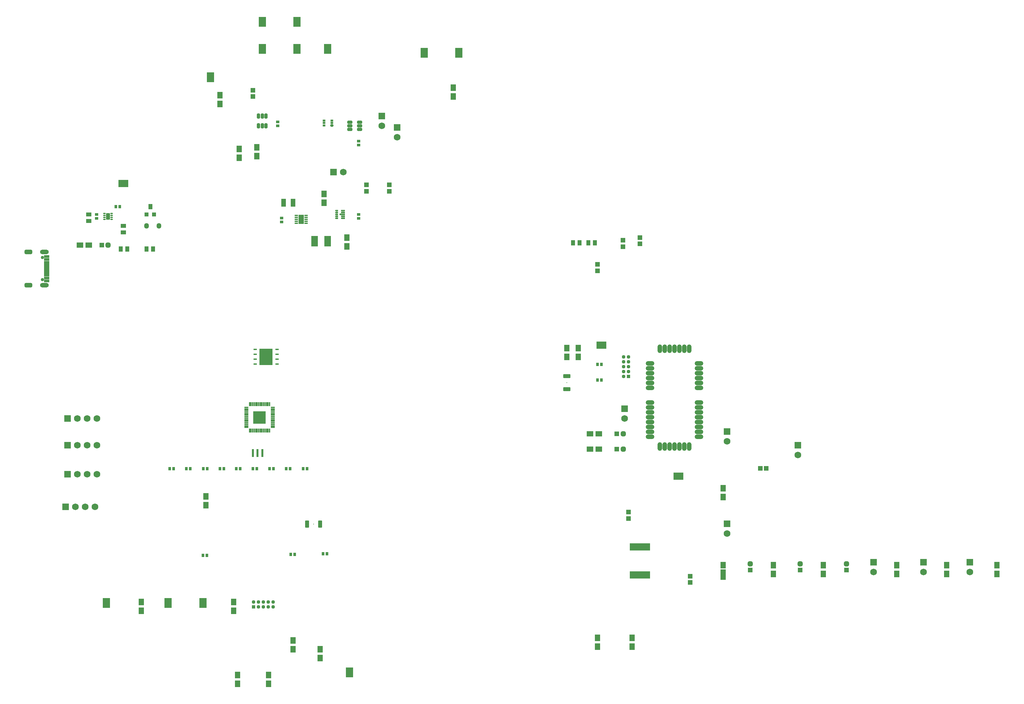
<source format=gbr>
%TF.GenerationSoftware,Altium Limited,Altium Designer,24.2.2 (26)*%
G04 Layer_Color=8388736*
%FSLAX45Y45*%
%MOMM*%
%TF.SameCoordinates,E801744C-0769-472F-B71A-A4CB6A2CC1AD*%
%TF.FilePolarity,Negative*%
%TF.FileFunction,Soldermask,Top*%
%TF.Part,Single*%
G01*
G75*
%TA.AperFunction,SMDPad,CuDef*%
%ADD39R,3.45440X4.34340*%
%ADD40R,0.96520X0.43180*%
%TA.AperFunction,ConnectorPad*%
%ADD71R,1.47320X1.72720*%
%TA.AperFunction,SMDPad,CuDef*%
%ADD72R,1.47320X1.72720*%
G04:AMPARAMS|DCode=73|XSize=1.3032mm|YSize=1.3032mm|CornerRadius=0.3766mm|HoleSize=0mm|Usage=FLASHONLY|Rotation=90.000|XOffset=0mm|YOffset=0mm|HoleType=Round|Shape=RoundedRectangle|*
%AMROUNDEDRECTD73*
21,1,1.30320,0.55000,0,0,90.0*
21,1,0.55000,1.30320,0,0,90.0*
1,1,0.75320,0.27500,0.27500*
1,1,0.75320,0.27500,-0.27500*
1,1,0.75320,-0.27500,-0.27500*
1,1,0.75320,-0.27500,0.27500*
%
%ADD73ROUNDEDRECTD73*%
%ADD74R,1.30320X1.30320*%
G04:AMPARAMS|DCode=75|XSize=1.1132mm|YSize=1.2732mm|CornerRadius=0.3291mm|HoleSize=0mm|Usage=FLASHONLY|Rotation=180.000|XOffset=0mm|YOffset=0mm|HoleType=Round|Shape=RoundedRectangle|*
%AMROUNDEDRECTD75*
21,1,1.11320,0.61500,0,0,180.0*
21,1,0.45500,1.27320,0,0,180.0*
1,1,0.65820,-0.22750,0.30750*
1,1,0.65820,0.22750,0.30750*
1,1,0.65820,0.22750,-0.30750*
1,1,0.65820,-0.22750,-0.30750*
%
%ADD75ROUNDEDRECTD75*%
%ADD76R,0.81280X0.71120*%
%ADD77R,0.71120X0.81280*%
%ADD78R,1.11760X1.47320*%
%ADD79R,1.11760X1.11760*%
%ADD80R,2.65320X1.85320*%
G04:AMPARAMS|DCode=81|XSize=1mm|YSize=1.7mm|CornerRadius=0.104mm|HoleSize=0mm|Usage=FLASHONLY|Rotation=0.000|XOffset=0mm|YOffset=0mm|HoleType=Round|Shape=RoundedRectangle|*
%AMROUNDEDRECTD81*
21,1,1.00000,1.49200,0,0,0.0*
21,1,0.79200,1.70000,0,0,0.0*
1,1,0.20800,0.39600,-0.74600*
1,1,0.20800,-0.39600,-0.74600*
1,1,0.20800,-0.39600,0.74600*
1,1,0.20800,0.39600,0.74600*
%
%ADD81ROUNDEDRECTD81*%
G04:AMPARAMS|DCode=82|XSize=0.6mm|YSize=0.35mm|CornerRadius=0.1mm|HoleSize=0mm|Usage=FLASHONLY|Rotation=0.000|XOffset=0mm|YOffset=0mm|HoleType=Round|Shape=RoundedRectangle|*
%AMROUNDEDRECTD82*
21,1,0.60000,0.15000,0,0,0.0*
21,1,0.40000,0.35000,0,0,0.0*
1,1,0.20000,0.20000,-0.07500*
1,1,0.20000,-0.20000,-0.07500*
1,1,0.20000,-0.20000,0.07500*
1,1,0.20000,0.20000,0.07500*
%
%ADD82ROUNDEDRECTD82*%
%ADD83R,1.47320X1.09220*%
G04:AMPARAMS|DCode=84|XSize=1.3032mm|YSize=1.3032mm|CornerRadius=0.3766mm|HoleSize=0mm|Usage=FLASHONLY|Rotation=0.000|XOffset=0mm|YOffset=0mm|HoleType=Round|Shape=RoundedRectangle|*
%AMROUNDEDRECTD84*
21,1,1.30320,0.55000,0,0,0.0*
21,1,0.55000,1.30320,0,0,0.0*
1,1,0.75320,0.27500,-0.27500*
1,1,0.75320,-0.27500,-0.27500*
1,1,0.75320,-0.27500,0.27500*
1,1,0.75320,0.27500,0.27500*
%
%ADD84ROUNDEDRECTD84*%
%ADD85R,1.30320X1.30320*%
%ADD86R,1.72720X1.47320*%
%ADD87R,1.09220X1.47320*%
%TA.AperFunction,ConnectorPad*%
%ADD88R,1.35320X0.80320*%
%ADD89R,1.35320X0.50320*%
%TA.AperFunction,SMDPad,CuDef*%
%ADD90R,1.72720X2.74320*%
%ADD91R,1.20320X1.17320*%
%ADD92R,0.60320X2.10320*%
%ADD93R,1.20320X2.00320*%
%ADD94R,0.63500X1.85420*%
%ADD95R,1.85320X2.65320*%
%TA.AperFunction,ConnectorPad*%
%ADD96R,1.85320X2.65320*%
%TA.AperFunction,SMDPad,CuDef*%
G04:AMPARAMS|DCode=97|XSize=1.4132mm|YSize=0.7832mm|CornerRadius=0.1741mm|HoleSize=0mm|Usage=FLASHONLY|Rotation=0.000|XOffset=0mm|YOffset=0mm|HoleType=Round|Shape=RoundedRectangle|*
%AMROUNDEDRECTD97*
21,1,1.41320,0.43500,0,0,0.0*
21,1,1.06500,0.78320,0,0,0.0*
1,1,0.34820,0.53250,-0.21750*
1,1,0.34820,-0.53250,-0.21750*
1,1,0.34820,-0.53250,0.21750*
1,1,0.34820,0.53250,0.21750*
%
%ADD97ROUNDEDRECTD97*%
G04:AMPARAMS|DCode=98|XSize=1.4132mm|YSize=0.7832mm|CornerRadius=0.1741mm|HoleSize=0mm|Usage=FLASHONLY|Rotation=90.000|XOffset=0mm|YOffset=0mm|HoleType=Round|Shape=RoundedRectangle|*
%AMROUNDEDRECTD98*
21,1,1.41320,0.43500,0,0,90.0*
21,1,1.06500,0.78320,0,0,90.0*
1,1,0.34820,0.21750,0.53250*
1,1,0.34820,0.21750,-0.53250*
1,1,0.34820,-0.21750,-0.53250*
1,1,0.34820,-0.21750,0.53250*
%
%ADD98ROUNDEDRECTD98*%
%ADD99R,0.80320X0.60320*%
G04:AMPARAMS|DCode=100|XSize=0.6032mm|YSize=0.8032mm|CornerRadius=0.2016mm|HoleSize=0mm|Usage=FLASHONLY|Rotation=90.000|XOffset=0mm|YOffset=0mm|HoleType=Round|Shape=RoundedRectangle|*
%AMROUNDEDRECTD100*
21,1,0.60320,0.40000,0,0,90.0*
21,1,0.20000,0.80320,0,0,90.0*
1,1,0.40320,0.20000,0.10000*
1,1,0.40320,0.20000,-0.10000*
1,1,0.40320,-0.20000,-0.10000*
1,1,0.40320,-0.20000,0.10000*
%
%ADD100ROUNDEDRECTD100*%
%ADD101O,2.23520X1.21920*%
%ADD102O,1.21920X2.23520*%
G04:AMPARAMS|DCode=103|XSize=1.0032mm|YSize=1.9032mm|CornerRadius=0.2016mm|HoleSize=0mm|Usage=FLASHONLY|Rotation=270.000|XOffset=0mm|YOffset=0mm|HoleType=Round|Shape=RoundedRectangle|*
%AMROUNDEDRECTD103*
21,1,1.00320,1.50000,0,0,270.0*
21,1,0.60000,1.90320,0,0,270.0*
1,1,0.40320,-0.75000,-0.30000*
1,1,0.40320,-0.75000,0.30000*
1,1,0.40320,0.75000,0.30000*
1,1,0.40320,0.75000,-0.30000*
%
%ADD103ROUNDEDRECTD103*%
G04:AMPARAMS|DCode=104|XSize=1.0032mm|YSize=1.9032mm|CornerRadius=0.2016mm|HoleSize=0mm|Usage=FLASHONLY|Rotation=0.000|XOffset=0mm|YOffset=0mm|HoleType=Round|Shape=RoundedRectangle|*
%AMROUNDEDRECTD104*
21,1,1.00320,1.50000,0,0,0.0*
21,1,0.60000,1.90320,0,0,0.0*
1,1,0.40320,0.30000,-0.75000*
1,1,0.40320,-0.30000,-0.75000*
1,1,0.40320,-0.30000,0.75000*
1,1,0.40320,0.30000,0.75000*
%
%ADD104ROUNDEDRECTD104*%
%ADD105R,0.81280X0.40640*%
%ADD106R,1.44780X2.36220*%
G04:AMPARAMS|DCode=107|XSize=0.4032mm|YSize=1.0432mm|CornerRadius=0.1266mm|HoleSize=0mm|Usage=FLASHONLY|Rotation=0.000|XOffset=0mm|YOffset=0mm|HoleType=Round|Shape=RoundedRectangle|*
%AMROUNDEDRECTD107*
21,1,0.40320,0.79000,0,0,0.0*
21,1,0.15000,1.04320,0,0,0.0*
1,1,0.25320,0.07500,-0.39500*
1,1,0.25320,-0.07500,-0.39500*
1,1,0.25320,-0.07500,0.39500*
1,1,0.25320,0.07500,0.39500*
%
%ADD107ROUNDEDRECTD107*%
G04:AMPARAMS|DCode=108|XSize=1.0432mm|YSize=0.4032mm|CornerRadius=0.1266mm|HoleSize=0mm|Usage=FLASHONLY|Rotation=0.000|XOffset=0mm|YOffset=0mm|HoleType=Round|Shape=RoundedRectangle|*
%AMROUNDEDRECTD108*
21,1,1.04320,0.15000,0,0,0.0*
21,1,0.79000,0.40320,0,0,0.0*
1,1,0.25320,0.39500,-0.07500*
1,1,0.25320,-0.39500,-0.07500*
1,1,0.25320,-0.39500,0.07500*
1,1,0.25320,0.39500,0.07500*
%
%ADD108ROUNDEDRECTD108*%
%ADD109R,3.30320X3.30320*%
%TA.AperFunction,ComponentPad*%
%ADD110R,1.72720X1.72720*%
%ADD111C,1.72720*%
G04:AMPARAMS|DCode=112|XSize=2.0032mm|YSize=1.2032mm|CornerRadius=0.3516mm|HoleSize=0mm|Usage=FLASHONLY|Rotation=0.000|XOffset=0mm|YOffset=0mm|HoleType=Round|Shape=RoundedRectangle|*
%AMROUNDEDRECTD112*
21,1,2.00320,0.50000,0,0,0.0*
21,1,1.30000,1.20320,0,0,0.0*
1,1,0.70320,0.65000,-0.25000*
1,1,0.70320,-0.65000,-0.25000*
1,1,0.70320,-0.65000,0.25000*
1,1,0.70320,0.65000,0.25000*
%
%ADD112ROUNDEDRECTD112*%
%ADD113O,2.30320X1.20320*%
%ADD114C,0.85320*%
%ADD115R,1.72720X1.72720*%
%ADD116R,0.94320X0.94320*%
%ADD117C,0.94320*%
%ADD118C,0.20320*%
%ADD119R,0.94320X0.94320*%
G36*
X8258800Y9719400D02*
X8259400D01*
X8260000Y9719200D01*
X8260600Y9719100D01*
X8261200Y9718900D01*
X8261800Y9718700D01*
X8262400Y9718500D01*
X8262900Y9718200D01*
X8263500Y9717900D01*
X8264000Y9717600D01*
X8264600Y9717200D01*
X8265100Y9716800D01*
X8265500Y9716400D01*
X8266000Y9716000D01*
X8266400Y9715500D01*
X8266800Y9715100D01*
X8267200Y9714600D01*
X8267600Y9714000D01*
X8267900Y9713500D01*
X8268200Y9712900D01*
X8268500Y9712400D01*
X8268700Y9711800D01*
X8268900Y9711200D01*
X8269100Y9710600D01*
X8269200Y9710000D01*
X8269400Y9709400D01*
Y9708800D01*
X8269500Y9708100D01*
Y9707500D01*
Y9692500D01*
Y9691900D01*
X8269400Y9691200D01*
Y9690600D01*
X8269200Y9690000D01*
X8269100Y9689400D01*
X8268900Y9688800D01*
X8268700Y9688200D01*
X8268500Y9687600D01*
X8268200Y9687100D01*
X8267900Y9686500D01*
X8267600Y9686000D01*
X8267200Y9685400D01*
X8266800Y9684900D01*
X8266400Y9684500D01*
X8266000Y9684000D01*
X8265500Y9683600D01*
X8265100Y9683200D01*
X8264600Y9682800D01*
X8264000Y9682400D01*
X8263500Y9682100D01*
X8262900Y9681800D01*
X8262400Y9681500D01*
X8261800Y9681300D01*
X8261200Y9681100D01*
X8260600Y9680900D01*
X8260000Y9680800D01*
X8259400Y9680600D01*
X8258800D01*
X8258100Y9680500D01*
X8206900D01*
X8206200Y9680600D01*
X8205600D01*
X8205000Y9680800D01*
X8204400Y9680900D01*
X8203800Y9681100D01*
X8203200Y9681300D01*
X8202600Y9681500D01*
X8202100Y9681800D01*
X8201500Y9682100D01*
X8201000Y9682400D01*
X8200400Y9682800D01*
X8199900Y9683200D01*
X8199500Y9683600D01*
X8199000Y9684000D01*
X8198600Y9684500D01*
X8198200Y9684900D01*
X8197800Y9685400D01*
X8197400Y9686000D01*
X8197100Y9686500D01*
X8196800Y9687100D01*
X8196500Y9687600D01*
X8196300Y9688200D01*
X8196100Y9688800D01*
X8195900Y9689400D01*
X8195800Y9690000D01*
X8195600Y9690600D01*
Y9691200D01*
X8195500Y9691900D01*
Y9692500D01*
Y9707500D01*
Y9708100D01*
X8195600Y9708800D01*
Y9709400D01*
X8195800Y9710000D01*
X8195900Y9710600D01*
X8196100Y9711200D01*
X8196300Y9711800D01*
X8196500Y9712400D01*
X8196800Y9712900D01*
X8197100Y9713500D01*
X8197400Y9714000D01*
X8197800Y9714600D01*
X8198200Y9715100D01*
X8198600Y9715500D01*
X8199000Y9716000D01*
X8199500Y9716400D01*
X8199900Y9716800D01*
X8200400Y9717200D01*
X8201000Y9717600D01*
X8201500Y9717900D01*
X8202100Y9718200D01*
X8202600Y9718500D01*
X8203200Y9718700D01*
X8203800Y9718900D01*
X8204400Y9719100D01*
X8205000Y9719200D01*
X8205600Y9719400D01*
X8206200D01*
X8206900Y9719500D01*
X8258100D01*
X8258800Y9719400D01*
D02*
G37*
G36*
Y9769400D02*
X8259400D01*
X8260000Y9769200D01*
X8260600Y9769100D01*
X8261200Y9768900D01*
X8261800Y9768700D01*
X8262400Y9768500D01*
X8262900Y9768200D01*
X8263500Y9767900D01*
X8264000Y9767600D01*
X8264600Y9767200D01*
X8265100Y9766800D01*
X8265500Y9766400D01*
X8266000Y9766000D01*
X8266400Y9765500D01*
X8266800Y9765100D01*
X8267200Y9764600D01*
X8267600Y9764000D01*
X8267900Y9763500D01*
X8268200Y9762900D01*
X8268500Y9762400D01*
X8268700Y9761800D01*
X8268900Y9761200D01*
X8269100Y9760600D01*
X8269200Y9760000D01*
X8269400Y9759400D01*
Y9758800D01*
X8269500Y9758100D01*
Y9757500D01*
Y9742500D01*
Y9741900D01*
X8269400Y9741200D01*
Y9740600D01*
X8269200Y9740000D01*
X8269100Y9739400D01*
X8268900Y9738800D01*
X8268700Y9738200D01*
X8268500Y9737600D01*
X8268200Y9737100D01*
X8267900Y9736500D01*
X8267600Y9736000D01*
X8267200Y9735400D01*
X8266800Y9734900D01*
X8266400Y9734500D01*
X8266000Y9734000D01*
X8265500Y9733600D01*
X8265100Y9733200D01*
X8264600Y9732800D01*
X8264000Y9732400D01*
X8263500Y9732100D01*
X8262900Y9731800D01*
X8262400Y9731500D01*
X8261800Y9731300D01*
X8261200Y9731100D01*
X8260600Y9730900D01*
X8260000Y9730800D01*
X8259400Y9730600D01*
X8258800D01*
X8258100Y9730500D01*
X8206900D01*
X8206200Y9730600D01*
X8205600D01*
X8205000Y9730800D01*
X8204400Y9730900D01*
X8203800Y9731100D01*
X8203200Y9731300D01*
X8202600Y9731500D01*
X8202100Y9731800D01*
X8201500Y9732100D01*
X8201000Y9732400D01*
X8200400Y9732800D01*
X8199900Y9733200D01*
X8199500Y9733600D01*
X8199000Y9734000D01*
X8198600Y9734500D01*
X8198200Y9734900D01*
X8197800Y9735400D01*
X8197400Y9736000D01*
X8197100Y9736500D01*
X8196800Y9737100D01*
X8196500Y9737600D01*
X8196300Y9738200D01*
X8196100Y9738800D01*
X8195900Y9739400D01*
X8195800Y9740000D01*
X8195600Y9740600D01*
Y9741200D01*
X8195500Y9741900D01*
Y9742500D01*
Y9757500D01*
Y9758100D01*
X8195600Y9758800D01*
Y9759400D01*
X8195800Y9760000D01*
X8195900Y9760600D01*
X8196100Y9761200D01*
X8196300Y9761800D01*
X8196500Y9762400D01*
X8196800Y9762900D01*
X8197100Y9763500D01*
X8197400Y9764000D01*
X8197800Y9764600D01*
X8198200Y9765100D01*
X8198600Y9765500D01*
X8199000Y9766000D01*
X8199500Y9766400D01*
X8199900Y9766800D01*
X8200400Y9767200D01*
X8201000Y9767600D01*
X8201500Y9767900D01*
X8202100Y9768200D01*
X8202600Y9768500D01*
X8203200Y9768700D01*
X8203800Y9768900D01*
X8204400Y9769100D01*
X8205000Y9769200D01*
X8205600Y9769400D01*
X8206200D01*
X8206900Y9769500D01*
X8258100D01*
X8258800Y9769400D01*
D02*
G37*
G36*
Y9819400D02*
X8259400D01*
X8260000Y9819200D01*
X8260600Y9819100D01*
X8261200Y9818900D01*
X8261800Y9818700D01*
X8262400Y9818500D01*
X8262900Y9818200D01*
X8263500Y9817900D01*
X8264000Y9817600D01*
X8264600Y9817200D01*
X8265100Y9816800D01*
X8265500Y9816400D01*
X8266000Y9816000D01*
X8266400Y9815500D01*
X8266800Y9815100D01*
X8267200Y9814600D01*
X8267600Y9814000D01*
X8267900Y9813500D01*
X8268200Y9812900D01*
X8268500Y9812400D01*
X8268700Y9811800D01*
X8268900Y9811200D01*
X8269100Y9810600D01*
X8269200Y9810000D01*
X8269400Y9809400D01*
Y9808800D01*
X8269500Y9808100D01*
Y9807500D01*
Y9792500D01*
Y9791900D01*
X8269400Y9791200D01*
Y9790600D01*
X8269200Y9790000D01*
X8269100Y9789400D01*
X8268900Y9788800D01*
X8268700Y9788200D01*
X8268500Y9787600D01*
X8268200Y9787100D01*
X8267900Y9786500D01*
X8267600Y9786000D01*
X8267200Y9785400D01*
X8266800Y9784900D01*
X8266400Y9784500D01*
X8266000Y9784000D01*
X8265500Y9783600D01*
X8265100Y9783200D01*
X8264600Y9782800D01*
X8264000Y9782400D01*
X8263500Y9782100D01*
X8262900Y9781800D01*
X8262400Y9781500D01*
X8261800Y9781300D01*
X8261200Y9781100D01*
X8260600Y9780900D01*
X8260000Y9780800D01*
X8259400Y9780600D01*
X8258800D01*
X8258100Y9780500D01*
X8206900D01*
X8206200Y9780600D01*
X8205600D01*
X8205000Y9780800D01*
X8204400Y9780900D01*
X8203800Y9781100D01*
X8203200Y9781300D01*
X8202600Y9781500D01*
X8202100Y9781800D01*
X8201500Y9782100D01*
X8201000Y9782400D01*
X8200400Y9782800D01*
X8199900Y9783200D01*
X8199500Y9783600D01*
X8199000Y9784000D01*
X8198600Y9784500D01*
X8198200Y9784900D01*
X8197800Y9785400D01*
X8197400Y9786000D01*
X8197100Y9786500D01*
X8196800Y9787100D01*
X8196500Y9787600D01*
X8196300Y9788200D01*
X8196100Y9788800D01*
X8195900Y9789400D01*
X8195800Y9790000D01*
X8195600Y9790600D01*
Y9791200D01*
X8195500Y9791900D01*
Y9792500D01*
Y9807500D01*
Y9808100D01*
X8195600Y9808800D01*
Y9809400D01*
X8195800Y9810000D01*
X8195900Y9810600D01*
X8196100Y9811200D01*
X8196300Y9811800D01*
X8196500Y9812400D01*
X8196800Y9812900D01*
X8197100Y9813500D01*
X8197400Y9814000D01*
X8197800Y9814600D01*
X8198200Y9815100D01*
X8198600Y9815500D01*
X8199000Y9816000D01*
X8199500Y9816400D01*
X8199900Y9816800D01*
X8200400Y9817200D01*
X8201000Y9817600D01*
X8201500Y9817900D01*
X8202100Y9818200D01*
X8202600Y9818500D01*
X8203200Y9818700D01*
X8203800Y9818900D01*
X8204400Y9819100D01*
X8205000Y9819200D01*
X8205600Y9819400D01*
X8206200D01*
X8206900Y9819500D01*
X8258100D01*
X8258800Y9819400D01*
D02*
G37*
G36*
Y9869400D02*
X8259400D01*
X8260000Y9869200D01*
X8260600Y9869100D01*
X8261200Y9868900D01*
X8261800Y9868700D01*
X8262400Y9868500D01*
X8262900Y9868200D01*
X8263500Y9867900D01*
X8264000Y9867600D01*
X8264600Y9867200D01*
X8265100Y9866800D01*
X8265500Y9866400D01*
X8266000Y9866000D01*
X8266400Y9865500D01*
X8266800Y9865100D01*
X8267200Y9864600D01*
X8267600Y9864000D01*
X8267900Y9863500D01*
X8268200Y9862900D01*
X8268500Y9862400D01*
X8268700Y9861800D01*
X8268900Y9861200D01*
X8269100Y9860600D01*
X8269200Y9860000D01*
X8269400Y9859400D01*
Y9858800D01*
X8269500Y9858100D01*
Y9857500D01*
Y9842500D01*
Y9841900D01*
X8269400Y9841200D01*
Y9840600D01*
X8269200Y9840000D01*
X8269100Y9839400D01*
X8268900Y9838800D01*
X8268700Y9838200D01*
X8268500Y9837600D01*
X8268200Y9837100D01*
X8267900Y9836500D01*
X8267600Y9836000D01*
X8267200Y9835400D01*
X8266800Y9834900D01*
X8266400Y9834500D01*
X8266000Y9834000D01*
X8265500Y9833600D01*
X8265100Y9833200D01*
X8264600Y9832800D01*
X8264000Y9832400D01*
X8263500Y9832100D01*
X8262900Y9831800D01*
X8262400Y9831500D01*
X8261800Y9831300D01*
X8261200Y9831100D01*
X8260600Y9830900D01*
X8260000Y9830800D01*
X8259400Y9830600D01*
X8258800D01*
X8258100Y9830500D01*
X8206900D01*
X8206200Y9830600D01*
X8205600D01*
X8205000Y9830800D01*
X8204400Y9830900D01*
X8203800Y9831100D01*
X8203200Y9831300D01*
X8202600Y9831500D01*
X8202100Y9831800D01*
X8201500Y9832100D01*
X8201000Y9832400D01*
X8200400Y9832800D01*
X8199900Y9833200D01*
X8199500Y9833600D01*
X8199000Y9834000D01*
X8198600Y9834500D01*
X8198200Y9834900D01*
X8197800Y9835400D01*
X8197400Y9836000D01*
X8197100Y9836500D01*
X8196800Y9837100D01*
X8196500Y9837600D01*
X8196300Y9838200D01*
X8196100Y9838800D01*
X8195900Y9839400D01*
X8195800Y9840000D01*
X8195600Y9840600D01*
Y9841200D01*
X8195500Y9841900D01*
Y9842500D01*
Y9857500D01*
Y9858100D01*
X8195600Y9858800D01*
Y9859400D01*
X8195800Y9860000D01*
X8195900Y9860600D01*
X8196100Y9861200D01*
X8196300Y9861800D01*
X8196500Y9862400D01*
X8196800Y9862900D01*
X8197100Y9863500D01*
X8197400Y9864000D01*
X8197800Y9864600D01*
X8198200Y9865100D01*
X8198600Y9865500D01*
X8199000Y9866000D01*
X8199500Y9866400D01*
X8199900Y9866800D01*
X8200400Y9867200D01*
X8201000Y9867600D01*
X8201500Y9867900D01*
X8202100Y9868200D01*
X8202600Y9868500D01*
X8203200Y9868700D01*
X8203800Y9868900D01*
X8204400Y9869100D01*
X8205000Y9869200D01*
X8205600Y9869400D01*
X8206200D01*
X8206900Y9869500D01*
X8258100D01*
X8258800Y9869400D01*
D02*
G37*
G36*
Y9919400D02*
X8259400D01*
X8260000Y9919200D01*
X8260600Y9919100D01*
X8261200Y9918900D01*
X8261800Y9918700D01*
X8262400Y9918500D01*
X8262900Y9918200D01*
X8263500Y9917900D01*
X8264000Y9917600D01*
X8264600Y9917200D01*
X8265100Y9916800D01*
X8265500Y9916400D01*
X8266000Y9916000D01*
X8266400Y9915500D01*
X8266800Y9915100D01*
X8267200Y9914600D01*
X8267600Y9914000D01*
X8267900Y9913500D01*
X8268200Y9912900D01*
X8268500Y9912400D01*
X8268700Y9911800D01*
X8268900Y9911200D01*
X8269100Y9910600D01*
X8269200Y9910000D01*
X8269400Y9909400D01*
Y9908800D01*
X8269500Y9908100D01*
Y9907500D01*
Y9892500D01*
Y9891900D01*
X8269400Y9891200D01*
Y9890600D01*
X8269200Y9890000D01*
X8269100Y9889400D01*
X8268900Y9888800D01*
X8268700Y9888200D01*
X8268500Y9887600D01*
X8268200Y9887100D01*
X8267900Y9886500D01*
X8267600Y9886000D01*
X8267200Y9885400D01*
X8266800Y9884900D01*
X8266400Y9884500D01*
X8266000Y9884000D01*
X8265500Y9883600D01*
X8265100Y9883200D01*
X8264600Y9882800D01*
X8264000Y9882400D01*
X8263500Y9882100D01*
X8262900Y9881800D01*
X8262400Y9881500D01*
X8261800Y9881300D01*
X8261200Y9881100D01*
X8260600Y9880900D01*
X8260000Y9880800D01*
X8259400Y9880600D01*
X8258800D01*
X8258100Y9880500D01*
X8206900D01*
X8206200Y9880600D01*
X8205600D01*
X8205000Y9880800D01*
X8204400Y9880900D01*
X8203800Y9881100D01*
X8203200Y9881300D01*
X8202600Y9881500D01*
X8202100Y9881800D01*
X8201500Y9882100D01*
X8201000Y9882400D01*
X8200400Y9882800D01*
X8199900Y9883200D01*
X8199500Y9883600D01*
X8199000Y9884000D01*
X8198600Y9884500D01*
X8198200Y9884900D01*
X8197800Y9885400D01*
X8197400Y9886000D01*
X8197100Y9886500D01*
X8196800Y9887100D01*
X8196500Y9887600D01*
X8196300Y9888200D01*
X8196100Y9888800D01*
X8195900Y9889400D01*
X8195800Y9890000D01*
X8195600Y9890600D01*
Y9891200D01*
X8195500Y9891900D01*
Y9892500D01*
Y9907500D01*
Y9908100D01*
X8195600Y9908800D01*
Y9909400D01*
X8195800Y9910000D01*
X8195900Y9910600D01*
X8196100Y9911200D01*
X8196300Y9911800D01*
X8196500Y9912400D01*
X8196800Y9912900D01*
X8197100Y9913500D01*
X8197400Y9914000D01*
X8197800Y9914600D01*
X8198200Y9915100D01*
X8198600Y9915500D01*
X8199000Y9916000D01*
X8199500Y9916400D01*
X8199900Y9916800D01*
X8200400Y9917200D01*
X8201000Y9917600D01*
X8201500Y9917900D01*
X8202100Y9918200D01*
X8202600Y9918500D01*
X8203200Y9918700D01*
X8203800Y9918900D01*
X8204400Y9919100D01*
X8205000Y9919200D01*
X8205600Y9919400D01*
X8206200D01*
X8206900Y9919500D01*
X8258100D01*
X8258800Y9919400D01*
D02*
G37*
G36*
X8438800Y9819400D02*
X8439400D01*
X8440000Y9819200D01*
X8440600Y9819100D01*
X8441200Y9818900D01*
X8441800Y9818700D01*
X8442400Y9818500D01*
X8442900Y9818200D01*
X8443500Y9817900D01*
X8444000Y9817600D01*
X8444600Y9817200D01*
X8445100Y9816800D01*
X8445500Y9816400D01*
X8446000Y9816000D01*
X8446400Y9815500D01*
X8446800Y9815100D01*
X8447200Y9814600D01*
X8447600Y9814000D01*
X8447900Y9813500D01*
X8448200Y9812900D01*
X8448500Y9812400D01*
X8448700Y9811800D01*
X8448900Y9811200D01*
X8449100Y9810600D01*
X8449200Y9810000D01*
X8449400Y9809400D01*
Y9808800D01*
X8449500Y9808100D01*
Y9807500D01*
Y9792500D01*
Y9791900D01*
X8449400Y9791200D01*
Y9790600D01*
X8449200Y9790000D01*
X8449100Y9789400D01*
X8448900Y9788800D01*
X8448700Y9788200D01*
X8448500Y9787600D01*
X8448200Y9787100D01*
X8447900Y9786500D01*
X8447600Y9786000D01*
X8447200Y9785400D01*
X8446800Y9784900D01*
X8446400Y9784500D01*
X8446000Y9784000D01*
X8445500Y9783600D01*
X8445100Y9783200D01*
X8444600Y9782800D01*
X8444000Y9782400D01*
X8443500Y9782100D01*
X8442900Y9781800D01*
X8442400Y9781500D01*
X8441800Y9781300D01*
X8441200Y9781100D01*
X8440600Y9780900D01*
X8440000Y9780800D01*
X8439400Y9780600D01*
X8438800D01*
X8438100Y9780500D01*
X8316900D01*
X8316200Y9780600D01*
X8315600D01*
X8315000Y9780800D01*
X8314400Y9780900D01*
X8313800Y9781100D01*
X8313200Y9781300D01*
X8312600Y9781500D01*
X8312100Y9781800D01*
X8311500Y9782100D01*
X8311000Y9782400D01*
X8310400Y9782800D01*
X8309900Y9783200D01*
X8309500Y9783600D01*
X8309000Y9784000D01*
X8308600Y9784500D01*
X8308200Y9784900D01*
X8307800Y9785400D01*
X8307400Y9786000D01*
X8307100Y9786500D01*
X8306800Y9787100D01*
X8306500Y9787600D01*
X8306300Y9788200D01*
X8306100Y9788800D01*
X8305900Y9789400D01*
X8305800Y9790000D01*
X8305600Y9790600D01*
Y9791200D01*
X8305500Y9791900D01*
Y9792500D01*
Y9807500D01*
Y9808100D01*
X8305600Y9808800D01*
Y9809400D01*
X8305800Y9810000D01*
X8305900Y9810600D01*
X8306100Y9811200D01*
X8306300Y9811800D01*
X8306500Y9812400D01*
X8306800Y9812900D01*
X8307100Y9813500D01*
X8307400Y9814000D01*
X8307800Y9814600D01*
X8308200Y9815100D01*
X8308600Y9815500D01*
X8309000Y9816000D01*
X8309500Y9816400D01*
X8309900Y9816800D01*
X8310400Y9817200D01*
X8311000Y9817600D01*
X8311500Y9817900D01*
X8312100Y9818200D01*
X8312600Y9818500D01*
X8313200Y9818700D01*
X8313800Y9818900D01*
X8314400Y9819100D01*
X8315000Y9819200D01*
X8315600Y9819400D01*
X8316200D01*
X8316900Y9819500D01*
X8438100D01*
X8438800Y9819400D01*
D02*
G37*
G36*
Y9769400D02*
X8439400D01*
X8440000Y9769200D01*
X8440600Y9769100D01*
X8441200Y9768900D01*
X8441800Y9768700D01*
X8442400Y9768500D01*
X8442900Y9768200D01*
X8443500Y9767900D01*
X8444000Y9767600D01*
X8444600Y9767200D01*
X8445100Y9766800D01*
X8445500Y9766400D01*
X8446000Y9766000D01*
X8446400Y9765500D01*
X8446800Y9765100D01*
X8447200Y9764600D01*
X8447600Y9764000D01*
X8447900Y9763500D01*
X8448200Y9762900D01*
X8448500Y9762400D01*
X8448700Y9761800D01*
X8448900Y9761200D01*
X8449100Y9760600D01*
X8449200Y9760000D01*
X8449400Y9759400D01*
Y9758800D01*
X8449500Y9758100D01*
Y9757500D01*
Y9742500D01*
Y9741900D01*
X8449400Y9741200D01*
Y9740600D01*
X8449200Y9740000D01*
X8449100Y9739400D01*
X8448900Y9738800D01*
X8448700Y9738200D01*
X8448500Y9737600D01*
X8448200Y9737100D01*
X8447900Y9736500D01*
X8447600Y9736000D01*
X8447200Y9735400D01*
X8446800Y9734900D01*
X8446400Y9734500D01*
X8446000Y9734000D01*
X8445500Y9733600D01*
X8445100Y9733200D01*
X8444600Y9732800D01*
X8444000Y9732400D01*
X8443500Y9732100D01*
X8442900Y9731800D01*
X8442400Y9731500D01*
X8441800Y9731300D01*
X8441200Y9731100D01*
X8440600Y9730900D01*
X8440000Y9730800D01*
X8439400Y9730600D01*
X8438800D01*
X8438100Y9730500D01*
X8356900D01*
X8356200Y9730600D01*
X8355600D01*
X8355000Y9730800D01*
X8354400Y9730900D01*
X8353800Y9731100D01*
X8353200Y9731300D01*
X8352600Y9731500D01*
X8352100Y9731800D01*
X8351500Y9732100D01*
X8351000Y9732400D01*
X8350400Y9732800D01*
X8349900Y9733200D01*
X8349500Y9733600D01*
X8349000Y9734000D01*
X8348600Y9734500D01*
X8348200Y9734900D01*
X8347800Y9735400D01*
X8347400Y9736000D01*
X8347100Y9736500D01*
X8346800Y9737100D01*
X8346500Y9737600D01*
X8346300Y9738200D01*
X8346100Y9738800D01*
X8345900Y9739400D01*
X8345800Y9740000D01*
X8345600Y9740600D01*
Y9741200D01*
X8345500Y9741900D01*
Y9742500D01*
Y9757500D01*
Y9758100D01*
X8345600Y9758800D01*
Y9759400D01*
X8345800Y9760000D01*
X8345900Y9760600D01*
X8346100Y9761200D01*
X8346300Y9761800D01*
X8346500Y9762400D01*
X8346800Y9762900D01*
X8347100Y9763500D01*
X8347400Y9764000D01*
X8347800Y9764600D01*
X8348200Y9765100D01*
X8348600Y9765500D01*
X8349000Y9766000D01*
X8349500Y9766400D01*
X8349900Y9766800D01*
X8350400Y9767200D01*
X8351000Y9767600D01*
X8351500Y9767900D01*
X8352100Y9768200D01*
X8352600Y9768500D01*
X8353200Y9768700D01*
X8353800Y9768900D01*
X8354400Y9769100D01*
X8355000Y9769200D01*
X8355600Y9769400D01*
X8356200D01*
X8356900Y9769500D01*
X8438100D01*
X8438800Y9769400D01*
D02*
G37*
G36*
Y9719400D02*
X8439400D01*
X8440000Y9719200D01*
X8440600Y9719100D01*
X8441200Y9718900D01*
X8441800Y9718700D01*
X8442400Y9718500D01*
X8442900Y9718200D01*
X8443500Y9717900D01*
X8444000Y9717600D01*
X8444600Y9717200D01*
X8445100Y9716800D01*
X8445500Y9716400D01*
X8446000Y9716000D01*
X8446400Y9715500D01*
X8446800Y9715100D01*
X8447200Y9714600D01*
X8447600Y9714000D01*
X8447900Y9713500D01*
X8448200Y9712900D01*
X8448500Y9712400D01*
X8448700Y9711800D01*
X8448900Y9711200D01*
X8449100Y9710600D01*
X8449200Y9710000D01*
X8449400Y9709400D01*
Y9708800D01*
X8449500Y9708100D01*
Y9707500D01*
Y9692500D01*
Y9691900D01*
X8449400Y9691200D01*
Y9690600D01*
X8449200Y9690000D01*
X8449100Y9689400D01*
X8448900Y9688800D01*
X8448700Y9688200D01*
X8448500Y9687600D01*
X8448200Y9687100D01*
X8447900Y9686500D01*
X8447600Y9686000D01*
X8447200Y9685400D01*
X8446800Y9684900D01*
X8446400Y9684500D01*
X8446000Y9684000D01*
X8445500Y9683600D01*
X8445100Y9683200D01*
X8444600Y9682800D01*
X8444000Y9682400D01*
X8443500Y9682100D01*
X8442900Y9681800D01*
X8442400Y9681500D01*
X8441800Y9681300D01*
X8441200Y9681100D01*
X8440600Y9680900D01*
X8440000Y9680800D01*
X8439400Y9680600D01*
X8438800D01*
X8438100Y9680500D01*
X8356900D01*
X8356200Y9680600D01*
X8355600D01*
X8355000Y9680800D01*
X8354400Y9680900D01*
X8353800Y9681100D01*
X8353200Y9681300D01*
X8352600Y9681500D01*
X8352100Y9681800D01*
X8351500Y9682100D01*
X8351000Y9682400D01*
X8350400Y9682800D01*
X8349900Y9683200D01*
X8349500Y9683600D01*
X8349000Y9684000D01*
X8348600Y9684500D01*
X8348200Y9684900D01*
X8347800Y9685400D01*
X8347400Y9686000D01*
X8347100Y9686500D01*
X8346800Y9687100D01*
X8346500Y9687600D01*
X8346300Y9688200D01*
X8346100Y9688800D01*
X8345900Y9689400D01*
X8345800Y9690000D01*
X8345600Y9690600D01*
Y9691200D01*
X8345500Y9691900D01*
Y9692500D01*
Y9707500D01*
Y9708100D01*
X8345600Y9708800D01*
Y9709400D01*
X8345800Y9710000D01*
X8345900Y9710600D01*
X8346100Y9711200D01*
X8346300Y9711800D01*
X8346500Y9712400D01*
X8346800Y9712900D01*
X8347100Y9713500D01*
X8347400Y9714000D01*
X8347800Y9714600D01*
X8348200Y9715100D01*
X8348600Y9715500D01*
X8349000Y9716000D01*
X8349500Y9716400D01*
X8349900Y9716800D01*
X8350400Y9717200D01*
X8351000Y9717600D01*
X8351500Y9717900D01*
X8352100Y9718200D01*
X8352600Y9718500D01*
X8353200Y9718700D01*
X8353800Y9718900D01*
X8354400Y9719100D01*
X8355000Y9719200D01*
X8355600Y9719400D01*
X8356200D01*
X8356900Y9719500D01*
X8438100D01*
X8438800Y9719400D01*
D02*
G37*
G36*
Y9869400D02*
X8439400D01*
X8440000Y9869200D01*
X8440600Y9869100D01*
X8441200Y9868900D01*
X8441800Y9868700D01*
X8442400Y9868500D01*
X8442900Y9868200D01*
X8443500Y9867900D01*
X8444000Y9867600D01*
X8444600Y9867200D01*
X8445100Y9866800D01*
X8445500Y9866400D01*
X8446000Y9866000D01*
X8446400Y9865500D01*
X8446800Y9865100D01*
X8447200Y9864600D01*
X8447600Y9864000D01*
X8447900Y9863500D01*
X8448200Y9862900D01*
X8448500Y9862400D01*
X8448700Y9861800D01*
X8448900Y9861200D01*
X8449100Y9860600D01*
X8449200Y9860000D01*
X8449400Y9859400D01*
Y9858800D01*
X8449500Y9858100D01*
Y9857500D01*
Y9842500D01*
Y9841900D01*
X8449400Y9841200D01*
Y9840600D01*
X8449200Y9840000D01*
X8449100Y9839400D01*
X8448900Y9838800D01*
X8448700Y9838200D01*
X8448500Y9837600D01*
X8448200Y9837100D01*
X8447900Y9836500D01*
X8447600Y9836000D01*
X8447200Y9835400D01*
X8446800Y9834900D01*
X8446400Y9834500D01*
X8446000Y9834000D01*
X8445500Y9833600D01*
X8445100Y9833200D01*
X8444600Y9832800D01*
X8444000Y9832400D01*
X8443500Y9832100D01*
X8442900Y9831800D01*
X8442400Y9831500D01*
X8441800Y9831300D01*
X8441200Y9831100D01*
X8440600Y9830900D01*
X8440000Y9830800D01*
X8439400Y9830600D01*
X8438800D01*
X8438100Y9830500D01*
X8356900D01*
X8356200Y9830600D01*
X8355600D01*
X8355000Y9830800D01*
X8354400Y9830900D01*
X8353800Y9831100D01*
X8353200Y9831300D01*
X8352600Y9831500D01*
X8352100Y9831800D01*
X8351500Y9832100D01*
X8351000Y9832400D01*
X8350400Y9832800D01*
X8349900Y9833200D01*
X8349500Y9833600D01*
X8349000Y9834000D01*
X8348600Y9834500D01*
X8348200Y9834900D01*
X8347800Y9835400D01*
X8347400Y9836000D01*
X8347100Y9836500D01*
X8346800Y9837100D01*
X8346500Y9837600D01*
X8346300Y9838200D01*
X8346100Y9838800D01*
X8345900Y9839400D01*
X8345800Y9840000D01*
X8345600Y9840600D01*
Y9841200D01*
X8345500Y9841900D01*
Y9842500D01*
Y9857500D01*
Y9858100D01*
X8345600Y9858800D01*
Y9859400D01*
X8345800Y9860000D01*
X8345900Y9860600D01*
X8346100Y9861200D01*
X8346300Y9861800D01*
X8346500Y9862400D01*
X8346800Y9862900D01*
X8347100Y9863500D01*
X8347400Y9864000D01*
X8347800Y9864600D01*
X8348200Y9865100D01*
X8348600Y9865500D01*
X8349000Y9866000D01*
X8349500Y9866400D01*
X8349900Y9866800D01*
X8350400Y9867200D01*
X8351000Y9867600D01*
X8351500Y9867900D01*
X8352100Y9868200D01*
X8352600Y9868500D01*
X8353200Y9868700D01*
X8353800Y9868900D01*
X8354400Y9869100D01*
X8355000Y9869200D01*
X8355600Y9869400D01*
X8356200D01*
X8356900Y9869500D01*
X8438100D01*
X8438800Y9869400D01*
D02*
G37*
G36*
Y9919400D02*
X8439400D01*
X8440000Y9919200D01*
X8440600Y9919100D01*
X8441200Y9918900D01*
X8441800Y9918700D01*
X8442400Y9918500D01*
X8442900Y9918200D01*
X8443500Y9917900D01*
X8444000Y9917600D01*
X8444600Y9917200D01*
X8445100Y9916800D01*
X8445500Y9916400D01*
X8446000Y9916000D01*
X8446400Y9915500D01*
X8446800Y9915100D01*
X8447200Y9914600D01*
X8447600Y9914000D01*
X8447900Y9913500D01*
X8448200Y9912900D01*
X8448500Y9912400D01*
X8448700Y9911800D01*
X8448900Y9911200D01*
X8449100Y9910600D01*
X8449200Y9910000D01*
X8449400Y9909400D01*
Y9908800D01*
X8449500Y9908100D01*
Y9907500D01*
Y9892500D01*
Y9891900D01*
X8449400Y9891200D01*
Y9890600D01*
X8449200Y9890000D01*
X8449100Y9889400D01*
X8448900Y9888800D01*
X8448700Y9888200D01*
X8448500Y9887600D01*
X8448200Y9887100D01*
X8447900Y9886500D01*
X8447600Y9886000D01*
X8447200Y9885400D01*
X8446800Y9884900D01*
X8446400Y9884500D01*
X8446000Y9884000D01*
X8445500Y9883600D01*
X8445100Y9883200D01*
X8444600Y9882800D01*
X8444000Y9882400D01*
X8443500Y9882100D01*
X8442900Y9881800D01*
X8442400Y9881500D01*
X8441800Y9881300D01*
X8441200Y9881100D01*
X8440600Y9880900D01*
X8440000Y9880800D01*
X8439400Y9880600D01*
X8438800D01*
X8438100Y9880500D01*
X8356900D01*
X8356200Y9880600D01*
X8355600D01*
X8355000Y9880800D01*
X8354400Y9880900D01*
X8353800Y9881100D01*
X8353200Y9881300D01*
X8352600Y9881500D01*
X8352100Y9881800D01*
X8351500Y9882100D01*
X8351000Y9882400D01*
X8350400Y9882800D01*
X8349900Y9883200D01*
X8349500Y9883600D01*
X8349000Y9884000D01*
X8348600Y9884500D01*
X8348200Y9884900D01*
X8347800Y9885400D01*
X8347400Y9886000D01*
X8347100Y9886500D01*
X8346800Y9887100D01*
X8346500Y9887600D01*
X8346300Y9888200D01*
X8346100Y9888800D01*
X8345900Y9889400D01*
X8345800Y9890000D01*
X8345600Y9890600D01*
Y9891200D01*
X8345500Y9891900D01*
Y9892500D01*
Y9907500D01*
Y9908100D01*
X8345600Y9908800D01*
Y9909400D01*
X8345800Y9910000D01*
X8345900Y9910600D01*
X8346100Y9911200D01*
X8346300Y9911800D01*
X8346500Y9912400D01*
X8346800Y9912900D01*
X8347100Y9913500D01*
X8347400Y9914000D01*
X8347800Y9914600D01*
X8348200Y9915100D01*
X8348600Y9915500D01*
X8349000Y9916000D01*
X8349500Y9916400D01*
X8349900Y9916800D01*
X8350400Y9917200D01*
X8351000Y9917600D01*
X8351500Y9917900D01*
X8352100Y9918200D01*
X8352600Y9918500D01*
X8353200Y9918700D01*
X8353800Y9918900D01*
X8354400Y9919100D01*
X8355000Y9919200D01*
X8355600Y9919400D01*
X8356200D01*
X8356900Y9919500D01*
X8438100D01*
X8438800Y9919400D01*
D02*
G37*
D39*
X6400000Y6100000D02*
D03*
D40*
X6687020Y6290500D02*
D03*
Y6163500D02*
D03*
Y6036500D02*
D03*
Y5909500D02*
D03*
X6112980D02*
D03*
Y6036500D02*
D03*
Y6163500D02*
D03*
Y6290500D02*
D03*
D71*
X25360014Y460002D02*
D03*
Y688602D02*
D03*
X6460013Y-2397760D02*
D03*
Y-2169160D02*
D03*
X5660013Y-2397760D02*
D03*
Y-2169160D02*
D03*
D72*
X24060014Y460002D02*
D03*
Y688602D02*
D03*
X22760014Y460002D02*
D03*
Y688602D02*
D03*
X20860013Y460002D02*
D03*
Y688602D02*
D03*
X19560011Y460002D02*
D03*
Y688602D02*
D03*
X18260011Y460002D02*
D03*
Y688602D02*
D03*
Y2460003D02*
D03*
Y2688603D02*
D03*
X5560016Y-497760D02*
D03*
Y-269160D02*
D03*
X3160015Y-497760D02*
D03*
Y-269160D02*
D03*
X11260014Y12860002D02*
D03*
Y13088602D02*
D03*
X5200000Y12671400D02*
D03*
Y12900000D02*
D03*
X7800000Y-1728600D02*
D03*
Y-1500000D02*
D03*
X7100000D02*
D03*
Y-1271400D02*
D03*
X15900000Y-1428600D02*
D03*
Y-1200000D02*
D03*
X15000000Y-1428600D02*
D03*
Y-1200000D02*
D03*
X14501601Y6100000D02*
D03*
Y6328600D02*
D03*
X14201601D02*
D03*
Y6100000D02*
D03*
X8500000Y8971400D02*
D03*
Y9200000D02*
D03*
X6155195Y11312240D02*
D03*
Y11540840D02*
D03*
X7900000Y10328600D02*
D03*
Y10100000D02*
D03*
X5700000Y11271400D02*
D03*
Y11500000D02*
D03*
X4836700Y2242300D02*
D03*
Y2470900D02*
D03*
D73*
X21460013Y725002D02*
D03*
X20260011D02*
D03*
X18960011D02*
D03*
D74*
X21460013Y560002D02*
D03*
X20260011D02*
D03*
X18960011D02*
D03*
X17400000Y400000D02*
D03*
Y235000D02*
D03*
X15660011Y9125002D02*
D03*
Y8960002D02*
D03*
X15000000Y8500000D02*
D03*
Y8335000D02*
D03*
X15800000Y2065000D02*
D03*
Y1900000D02*
D03*
X16100000Y9200000D02*
D03*
Y9035000D02*
D03*
X6060011Y12860002D02*
D03*
Y13025002D02*
D03*
X9600000Y10400000D02*
D03*
Y10565000D02*
D03*
X9000000Y10400000D02*
D03*
Y10565000D02*
D03*
D75*
X3621000Y9500000D02*
D03*
X3300000D02*
D03*
D76*
X8800000Y11598400D02*
D03*
Y11700000D02*
D03*
Y9698400D02*
D03*
Y9800000D02*
D03*
X6800000Y9598400D02*
D03*
Y9700000D02*
D03*
X2000000Y9800000D02*
D03*
Y9698400D02*
D03*
X6700000Y12200000D02*
D03*
Y12098400D02*
D03*
D77*
X2600000Y10000000D02*
D03*
X2498400D02*
D03*
X15101601Y5900000D02*
D03*
X15000000D02*
D03*
X15101601Y5500000D02*
D03*
X15000000D02*
D03*
X4431563Y3189995D02*
D03*
X4329963D02*
D03*
X4001564D02*
D03*
X3899964D02*
D03*
X7461557D02*
D03*
X7359957D02*
D03*
X7021558D02*
D03*
X6919958D02*
D03*
X6591559D02*
D03*
X6489959D02*
D03*
X6161560D02*
D03*
X6059960D02*
D03*
X5731561D02*
D03*
X5629961D02*
D03*
X5301561D02*
D03*
X5199961D02*
D03*
X4871562D02*
D03*
X4769962D02*
D03*
X4860000Y940000D02*
D03*
X4758400D02*
D03*
X7141600Y970000D02*
D03*
X7040000D02*
D03*
X7980000Y980000D02*
D03*
X7878400D02*
D03*
D78*
X3396520Y10003200D02*
D03*
D79*
X3490500Y9800000D02*
D03*
X3300000D02*
D03*
D80*
X2700000Y10600000D02*
D03*
X15101601Y6400000D02*
D03*
X17100000Y3000000D02*
D03*
D81*
X2300000Y9745000D02*
D03*
D82*
X2395000Y9820000D02*
D03*
Y9770000D02*
D03*
Y9720000D02*
D03*
Y9670000D02*
D03*
X2205000D02*
D03*
Y9720000D02*
D03*
Y9770000D02*
D03*
Y9820000D02*
D03*
D83*
X2700000Y9329820D02*
D03*
Y9500000D02*
D03*
X1800000Y9800000D02*
D03*
Y9629820D02*
D03*
X18260011Y530182D02*
D03*
Y360002D02*
D03*
D84*
X2300000Y9000000D02*
D03*
X15664999Y3700000D02*
D03*
Y4100000D02*
D03*
D85*
X2135000Y9000000D02*
D03*
X15500000Y3700000D02*
D03*
Y4100000D02*
D03*
D86*
X1800000Y9000000D02*
D03*
X1571400D02*
D03*
X15028600Y4100000D02*
D03*
X14800000D02*
D03*
X15028600Y3700000D02*
D03*
X14800000D02*
D03*
D87*
X2800000Y8900000D02*
D03*
X2629820D02*
D03*
X3300000D02*
D03*
X3470180D02*
D03*
X14760011Y9060002D02*
D03*
X14930193D02*
D03*
X14360011D02*
D03*
X14530191D02*
D03*
D88*
X707500Y8709000D02*
D03*
Y8069000D02*
D03*
Y8629000D02*
D03*
Y8149000D02*
D03*
D89*
Y8364000D02*
D03*
Y8414000D02*
D03*
Y8314000D02*
D03*
Y8264000D02*
D03*
Y8214000D02*
D03*
Y8464000D02*
D03*
Y8514000D02*
D03*
Y8564000D02*
D03*
D90*
X7657100Y9100000D02*
D03*
X8000000D02*
D03*
D91*
X19226500Y3200000D02*
D03*
X19373500D02*
D03*
D92*
X6060000Y3600000D02*
D03*
X6180000D02*
D03*
X6300000D02*
D03*
D93*
X6850000Y10100000D02*
D03*
X7100000D02*
D03*
D94*
X15871400Y436780D02*
D03*
X15937440D02*
D03*
X16003481D02*
D03*
X16066980D02*
D03*
X16133020D02*
D03*
X16196519D02*
D03*
X16262560D02*
D03*
X16328600D02*
D03*
Y1163220D02*
D03*
X16262560D02*
D03*
X16196519D02*
D03*
X16133020D02*
D03*
X16066980D02*
D03*
X16003481D02*
D03*
X15937440D02*
D03*
X15871400D02*
D03*
D95*
X2260015Y-297760D02*
D03*
X8560014Y-2097760D02*
D03*
X4760016Y-297760D02*
D03*
X3860015D02*
D03*
X7200000Y14100000D02*
D03*
X6299999D02*
D03*
X8000000D02*
D03*
X10500000Y14000000D02*
D03*
X11400001D02*
D03*
X4960016Y13360004D02*
D03*
D96*
X7199999Y14800000D02*
D03*
X6299998D02*
D03*
D97*
X8574500Y12195000D02*
D03*
Y12100000D02*
D03*
Y12005000D02*
D03*
X8825500Y12195000D02*
D03*
Y12100000D02*
D03*
Y12005000D02*
D03*
D98*
X6395000Y12351000D02*
D03*
X6300000D02*
D03*
X6205000D02*
D03*
X6395000Y12100000D02*
D03*
X6300000D02*
D03*
X6205000D02*
D03*
D99*
X7905000Y12109500D02*
D03*
Y12174500D02*
D03*
Y12239500D02*
D03*
X8105000D02*
D03*
Y12174500D02*
D03*
D100*
Y12109500D02*
D03*
D101*
X16364999Y4020500D02*
D03*
Y4147500D02*
D03*
Y4274500D02*
D03*
Y4401500D02*
D03*
Y4528500D02*
D03*
Y4655500D02*
D03*
Y4782500D02*
D03*
Y4909500D02*
D03*
Y5290500D02*
D03*
Y5417500D02*
D03*
Y5544500D02*
D03*
Y5671500D02*
D03*
Y5798500D02*
D03*
Y5925500D02*
D03*
X17635001D02*
D03*
Y5798500D02*
D03*
Y5671500D02*
D03*
Y5544500D02*
D03*
Y5417500D02*
D03*
Y5290500D02*
D03*
Y4909500D02*
D03*
Y4782500D02*
D03*
Y4655500D02*
D03*
Y4528500D02*
D03*
Y4401500D02*
D03*
Y4274500D02*
D03*
Y4147500D02*
D03*
Y4020500D02*
D03*
D102*
X16619000Y6306500D02*
D03*
X16746001D02*
D03*
X16873000D02*
D03*
X17000000D02*
D03*
X17127000D02*
D03*
X17253999D02*
D03*
X17381000D02*
D03*
Y3766500D02*
D03*
X17253999D02*
D03*
X17127000D02*
D03*
X17000000D02*
D03*
X16873000D02*
D03*
X16746001D02*
D03*
X16619000D02*
D03*
D103*
X14201601Y5600000D02*
D03*
Y5260000D02*
D03*
D104*
X7460000Y1750000D02*
D03*
X7800000D02*
D03*
D105*
X7185540Y9770000D02*
D03*
Y9720000D02*
D03*
Y9670000D02*
D03*
Y9620000D02*
D03*
Y9570000D02*
D03*
X7434460D02*
D03*
Y9620000D02*
D03*
Y9670000D02*
D03*
Y9720000D02*
D03*
Y9770000D02*
D03*
D106*
X7310000Y9670000D02*
D03*
D107*
X5970000Y4183000D02*
D03*
X6010000D02*
D03*
X6050000D02*
D03*
X6090000D02*
D03*
X6130000D02*
D03*
X6170000D02*
D03*
X6210000D02*
D03*
X6250000D02*
D03*
X6290000D02*
D03*
X6330000D02*
D03*
X6370000D02*
D03*
X6410000D02*
D03*
X6450000D02*
D03*
X6490000D02*
D03*
Y4870000D02*
D03*
X6450000D02*
D03*
X6410000D02*
D03*
X6370000D02*
D03*
X6330000D02*
D03*
X6290000D02*
D03*
X6250000D02*
D03*
X6210000D02*
D03*
X6170000D02*
D03*
X6130000D02*
D03*
X6090000D02*
D03*
X6050000D02*
D03*
X6010000D02*
D03*
X5970000D02*
D03*
D108*
X5886500Y4786500D02*
D03*
Y4746500D02*
D03*
Y4706500D02*
D03*
Y4666500D02*
D03*
Y4626500D02*
D03*
Y4586500D02*
D03*
Y4546500D02*
D03*
Y4506500D02*
D03*
Y4466500D02*
D03*
Y4426500D02*
D03*
Y4386500D02*
D03*
Y4346500D02*
D03*
Y4306500D02*
D03*
Y4266500D02*
D03*
X6573500D02*
D03*
Y4306500D02*
D03*
Y4346500D02*
D03*
Y4386500D02*
D03*
Y4426500D02*
D03*
Y4466500D02*
D03*
Y4506500D02*
D03*
Y4546500D02*
D03*
Y4586500D02*
D03*
Y4626500D02*
D03*
Y4666500D02*
D03*
Y4706500D02*
D03*
Y4746500D02*
D03*
Y4786500D02*
D03*
D109*
X6230000Y4526500D02*
D03*
D110*
X18360011Y1760002D02*
D03*
X24660014Y760002D02*
D03*
X23460014D02*
D03*
X22160013D02*
D03*
X18360011Y4160004D02*
D03*
X20200000Y3800000D02*
D03*
X9400000Y12354000D02*
D03*
X15700000Y4754000D02*
D03*
X9800000Y12054000D02*
D03*
D111*
X18360011Y1506002D02*
D03*
X24660014Y506002D02*
D03*
X23460014D02*
D03*
X22160013D02*
D03*
X18360011Y3906004D02*
D03*
X20200000Y3546000D02*
D03*
X8400000Y10900000D02*
D03*
X9400000Y12100000D02*
D03*
X15700000Y4500000D02*
D03*
X9800000Y11800000D02*
D03*
X1754016Y3799984D02*
D03*
X1500000Y3800000D02*
D03*
X2008000D02*
D03*
X1758017Y4499984D02*
D03*
X1504000Y4500000D02*
D03*
X2012000D02*
D03*
X1758017Y3049983D02*
D03*
X1504000Y3050000D02*
D03*
X2012000D02*
D03*
X1708016Y2199984D02*
D03*
X1454000Y2200000D02*
D03*
X1962000D02*
D03*
D112*
X232000Y8821000D02*
D03*
Y7957000D02*
D03*
D113*
X650000Y8821000D02*
D03*
Y7957000D02*
D03*
D114*
X600000Y8100000D02*
D03*
Y8678000D02*
D03*
D115*
X8146000Y10900000D02*
D03*
X1246000Y3800000D02*
D03*
X1250000Y4500000D02*
D03*
Y3050000D02*
D03*
X1200000Y2200000D02*
D03*
D116*
X6073000Y-400000D02*
D03*
D117*
X6200000D02*
D03*
X6327000D02*
D03*
X6454000D02*
D03*
X6581000D02*
D03*
X6073000Y-273000D02*
D03*
X6200000D02*
D03*
X6327000D02*
D03*
X6454000D02*
D03*
X6581000D02*
D03*
X15800000Y5719000D02*
D03*
Y5846000D02*
D03*
Y5973000D02*
D03*
Y6100000D02*
D03*
X15673000Y5592000D02*
D03*
Y5719000D02*
D03*
Y5846000D02*
D03*
Y5973000D02*
D03*
Y6100000D02*
D03*
D118*
X14201601Y5430000D02*
D03*
X7630000Y1750000D02*
D03*
D119*
X15800000Y5592000D02*
D03*
%TF.MD5,048e70e7ed92ef6c9d86fbf14533491e*%
M02*

</source>
